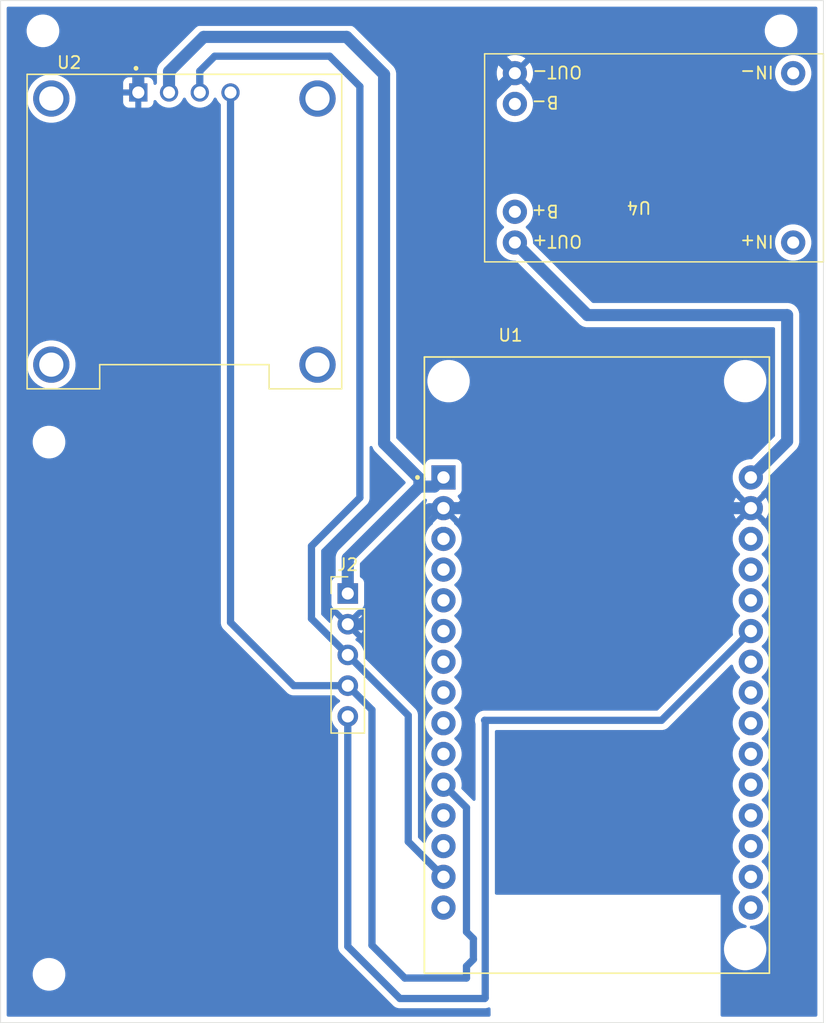
<source format=kicad_pcb>
(kicad_pcb (version 20241229) (generator "pcbnew") (generator_version "9.0")
  (layers (0 "F.Cu" signal) (2 "B.Cu" signal) (13 "F.Paste" user) (15 "B.Paste" user) (5 "F.SilkS" user "F.Silkscreen") (7 "B.SilkS" user "B.Silkscreen") (1 "F.Mask" user) (3 "B.Mask" user) (25 "Edge.Cuts" user))
  (net 0 "")
  (net 1 "/SDA1")
  (net 2 "GND")
  (net 3 "+3V3")
  (net 4 "/SCL1")
  (net 5 "/DRDY1")
  (net 9 "VBAT")
  (footprint "Connector_PinHeader_2.54mm:PinHeader_1x05_P2.54mm_Vertical" (layer "F.Cu") (at 149.69 99.515)
    (property "Reference" "J2" (at 0 -2.38 0) (layer "F.SilkS"))
    (property "Value" "HMC5883L")
    (fp_line (start -1.38 -1.38) (end 0 -1.38) (stroke (width 0.12)) (layer "F.SilkS"))
    (fp_line (start -1.38 0) (end -1.38 -1.38) (stroke (width 0.12)) (layer "F.SilkS"))
    (fp_line (start -1.38 1.27) (end -1.38 11.54) (stroke (width 0.12)) (layer "F.SilkS"))
    (fp_line (start -1.38 1.27) (end 1.38 1.27) (stroke (width 0.12)) (layer "F.SilkS"))
    (fp_line (start -1.38 11.54) (end 1.38 11.54) (stroke (width 0.12)) (layer "F.SilkS"))
    (fp_line (start 1.38 1.27) (end 1.38 11.54) (stroke (width 0.12)) (layer "F.SilkS"))
    (pad "1" thru_hole rect (at 0 0) (size 1.7 1.7) (drill 1) (layers "*.Cu" "*.Mask") (net 3 "+3V3"))
    (pad "2" thru_hole circle (at 0 2.54) (size 1.7 1.7) (drill 1) (layers "*.Cu" "*.Mask") (net 2 "GND"))
    (pad "3" thru_hole circle (at 0 5.08) (size 1.7 1.7) (drill 1) (layers "*.Cu" "*.Mask") (net 4 "/SCL1"))
    (pad "4" thru_hole circle (at 0 7.62) (size 1.7 1.7) (drill 1) (layers "*.Cu" "*.Mask") (net 1 "/SDA1"))
    (pad "5" thru_hole circle (at 0 10.16) (size 1.7 1.7) (drill 1) (layers "*.Cu" "*.Mask") (net 5 "/DRDY1"))
  )
  (footprint "MountingHole:MountingHole_2.2mm_M2" (layer "F.Cu") (at 125 131)
    (property "Reference" "REF**" (hide yes))
    (property "Value" "MountingHole_2.2mm_M2" (hide yes))
    (pad "" np_thru_hole circle (at 0 0) (size 2.2 2.2) (drill 2.2) (layers "*.Cu" "*.Mask"))
  )
  (footprint "" (layer "F.Cu") (at 185.5 53)
    (property "Reference" "" (at 0 0 0) (layer "F.SilkS") (effects (font (size 1.27 1.27))))
    (property "Value" "")
    (pad "" np_thru_hole circle (at 0 0) (size 2.2 2.2) (drill 2.2) (layers "*.Cu" "*.Mask"))
  )
  (footprint "MountingHole:MountingHole_2.2mm_M2" (layer "F.Cu") (at 125 87)
    (property "Reference" "REF**" (hide yes))
    (property "Value" "MountingHole_2.2mm_M2" (hide yes))
    (pad "" np_thru_hole circle (at 0 0) (size 2.2 2.2) (drill 2.2) (layers "*.Cu" "*.Mask"))
  )
  (footprint "TP4056:TP4056-Module" (layer "F.Cu") (at 189 54.9 180)
    (property "Reference" "U4" (at 15.24 -12.7 180) (layer "F.SilkS"))
    (property "Value" "TP4056 Li-Ion Charger")
    (fp_line (start 28 -17.2) (end 28 0) (stroke (width 0.12)) (layer "F.SilkS"))
    (fp_line (start 0 0) (end 28 0) (stroke (width 0.12)) (layer "F.SilkS"))
    (fp_line (start 0 -17.2) (end 28 -17.2) (stroke (width 0.12)) (layer "F.SilkS"))
    (fp_line (start 0 -17.2) (end 0 0) (stroke (width 0.12)) (layer "F.SilkS"))
    (fp_text user "IN+" (at 5.5 -15.5 180) (layer "F.SilkS"))
    (fp_text user "B+" (at 23 -13 180) (layer "F.SilkS"))
    (fp_text user "B-" (at 23 -4 180) (layer "F.SilkS"))
    (fp_text user "IN-" (at 5.5 -1.5 180) (layer "F.SilkS"))
    (fp_text user "OUT-" (at 22 -1.5 180) (layer "F.SilkS"))
    (fp_text user "OUT+" (at 22 -15.5 180) (layer "F.SilkS"))
    (pad "1" thru_hole circle (at 2.5 -15.6 180) (size 2 2) (drill 1) (layers "*.Cu" "*.Mask"))
    (pad "2" thru_hole circle (at 2.5 -1.6 180) (size 2 2) (drill 1) (layers "*.Cu" "*.Mask"))
    (pad "3" thru_hole circle (at 25.5 -15.6 180) (size 2 2) (drill 1) (layers "*.Cu" "*.Mask") (net 9 "VBAT"))
    (pad "4" thru_hole circle (at 25.5 -1.6 180) (size 2 2) (drill 1) (layers "*.Cu" "*.Mask") (net 2 "GND"))
    (pad "5" thru_hole circle (at 25.5 -13.06 180) (size 2 2) (drill 1) (layers "*.Cu" "*.Mask"))
    (pad "6" thru_hole circle (at 25.5 -4.14 180) (size 2 2) (drill 1) (layers "*.Cu" "*.Mask"))
  )
  (footprint "OLED 128*64:MODULE_DM-OLED096-636" (layer "F.Cu") (at 136.19 69.595)
    (property "Reference" "U2" (at -9.525 -13.97 0) (layer "F.SilkS"))
    (property "Value" "DM-OLED096-636")
    (fp_line (start -13 -13) (end 13 -13) (stroke (width 0.127)) (layer "F.SilkS"))
    (fp_line (start -13 13) (end -13 -13) (stroke (width 0.127)) (layer "F.SilkS"))
    (fp_line (start -7 11) (end -7 13) (stroke (width 0.127)) (layer "F.SilkS"))
    (fp_line (start -7 13) (end -13 13) (stroke (width 0.127)) (layer "F.SilkS"))
    (fp_line (start 7 11) (end -7 11) (stroke (width 0.127)) (layer "F.SilkS"))
    (fp_line (start 7 13) (end 7 11) (stroke (width 0.127)) (layer "F.SilkS"))
    (fp_line (start 13 -13) (end 13 13) (stroke (width 0.127)) (layer "F.SilkS"))
    (fp_line (start 13 13) (end 7 13) (stroke (width 0.127)) (layer "F.SilkS"))
    (fp_circle (center -4 -13.5) (end -3.9 -13.5) (stroke (width 0.2)) (fill no) (layer "F.SilkS"))
    (pad "1" thru_hole rect (at -3.81 -11.5) (size 1.508 1.508) (drill 1) (layers "*.Cu" "*.Mask") (net 2 "GND"))
    (pad "2" thru_hole circle (at -1.27 -11.5) (size 1.508 1.508) (drill 1) (layers "*.Cu" "*.Mask") (net 3 "+3V3"))
    (pad "3" thru_hole circle (at 1.27 -11.5) (size 1.508 1.508) (drill 1) (layers "*.Cu" "*.Mask") (net 4 "/SCL1"))
    (pad "4" thru_hole circle (at 3.81 -11.5) (size 1.508 1.508) (drill 1) (layers "*.Cu" "*.Mask") (net 1 "/SDA1"))
    (pad "S1" thru_hole circle (at -11 -11) (size 3 3) (drill 2) (layers "*.Cu" "*.Mask"))
    (pad "S2" thru_hole circle (at 11 -11) (size 3 3) (drill 2) (layers "*.Cu" "*.Mask"))
    (pad "S3" thru_hole circle (at 11 11) (size 3 3) (drill 2) (layers "*.Cu" "*.Mask"))
    (pad "S4" thru_hole circle (at -11 11) (size 3 3) (drill 2) (layers "*.Cu" "*.Mask"))
  )
  (footprint "" (layer "F.Cu") (at 124.5 53)
    (property "Reference" "" (at 0 0 0) (layer "F.SilkS") (effects (font (size 1.27 1.27))))
    (property "Value" "")
    (pad "" np_thru_hole circle (at 0 0) (size 2.2 2.2) (drill 2.2) (layers "*.Cu" "*.Mask"))
  )
  (footprint "esp32 devkit v1:MODULE_ESP32_DEVKIT_V1" (layer "F.Cu") (at 170.3 105.435)
    (property "Reference" "U1" (at -7.165 -27.265 0) (layer "F.SilkS"))
    (property "Value" "ESP32-DEVKIT-V1")
    (fp_line (start -14.28 -25.475) (end -3.211 -25.475) (stroke (width 0.127)) (layer "F.SilkS"))
    (fp_line (start -14.28 -25.475) (end 14.23 -25.475) (stroke (width 0.127)) (layer "F.SilkS"))
    (fp_line (start -14.28 25.475) (end -14.28 -25.475) (stroke (width 0.127)) (layer "F.SilkS"))
    (fp_line (start -14.28 25.475) (end -14.28 -25.475) (stroke (width 0.127)) (layer "F.SilkS"))
    (fp_line (start -14.28 25.475) (end -8.91 25.475) (stroke (width 0.127)) (layer "F.SilkS"))
    (fp_line (start -8.91 25.475) (end 8.78 25.475) (stroke (width 0.127)) (layer "F.SilkS"))
    (fp_line (start -3.211 -25.475) (end 3.5 -25.475) (stroke (width 0.127)) (layer "F.SilkS"))
    (fp_line (start 3.5 -25.475) (end 14.23 -25.475) (stroke (width 0.127)) (layer "F.SilkS"))
    (fp_line (start 8.78 25.475) (end 14.23 25.475) (stroke (width 0.127)) (layer "F.SilkS"))
    (fp_line (start 14.23 -25.475) (end 14.23 25.475) (stroke (width 0.127)) (layer "F.SilkS"))
    (fp_line (start 14.23 -25.475) (end 14.23 25.475) (stroke (width 0.127)) (layer "F.SilkS"))
    (fp_line (start 14.23 25.475) (end -14.28 25.475) (stroke (width 0.127)) (layer "F.SilkS"))
    (fp_circle (center -14.85 -15.515) (end -14.75 -15.515) (stroke (width 0.2)) (fill no) (layer "F.SilkS"))
    (pad "" np_thru_hole circle (at -12.28 -23.475) (size 3 3) (drill 3) (layers "*.Cu" "*.Mask"))
    (pad "" np_thru_hole circle (at -12.28 23.475) (size 3 3) (drill 3) (layers "*.Cu" "*.Mask"))
    (pad "" np_thru_hole circle (at 12.23 -23.475) (size 3 3) (drill 3) (layers "*.Cu" "*.Mask"))
    (pad "" np_thru_hole circle (at 12.23 23.475) (size 3 3) (drill 3) (layers "*.Cu" "*.Mask"))
    (pad "1" thru_hole rect (at -12.7 -15.515) (size 2 2) (drill 1.02) (layers "*.Cu" "*.Mask") (net 3 "+3V3"))
    (pad "2" thru_hole circle (at -12.7 -12.975) (size 2 2) (drill 1.02) (layers "*.Cu" "*.Mask") (net 2 "GND"))
    (pad "3" thru_hole circle (at -12.7 -10.435) (size 2 2) (drill 1.02) (layers "*.Cu" "*.Mask"))
    (pad "4" thru_hole circle (at -12.7 -7.895) (size 2 2) (drill 1.02) (layers "*.Cu" "*.Mask"))
    (pad "5" thru_hole circle (at -12.7 -5.355) (size 2 2) (drill 1.02) (layers "*.Cu" "*.Mask"))
    (pad "6" thru_hole circle (at -12.7 -2.815) (size 2 2) (drill 1.02) (layers "*.Cu" "*.Mask"))
    (pad "7" thru_hole circle (at -12.7 -0.275) (size 2 2) (drill 1.02) (layers "*.Cu" "*.Mask"))
    (pad "8" thru_hole circle (at -12.7 2.265) (size 2 2) (drill 1.02) (layers "*.Cu" "*.Mask"))
    (pad "9" thru_hole circle (at -12.7 4.805) (size 2 2) (drill 1.02) (layers "*.Cu" "*.Mask"))
    (pad "10" thru_hole circle (at -12.7 7.345) (size 2 2) (drill 1.02) (layers "*.Cu" "*.Mask"))
    (pad "11" thru_hole circle (at -12.7 9.885) (size 2 2) (drill 1.02) (layers "*.Cu" "*.Mask") (net 1 "/SDA1"))
    (pad "12" thru_hole circle (at -12.7 12.425) (size 2 2) (drill 1.02) (layers "*.Cu" "*.Mask"))
    (pad "13" thru_hole circle (at -12.7 14.965) (size 2 2) (drill 1.02) (layers "*.Cu" "*.Mask"))
    (pad "14" thru_hole circle (at -12.7 17.505) (size 2 2) (drill 1.02) (layers "*.Cu" "*.Mask") (net 4 "/SCL1"))
    (pad "15" thru_hole circle (at -12.7 20.045) (size 2 2) (drill 1.02) (layers "*.Cu" "*.Mask"))
    (pad "16" thru_hole circle (at 12.7 20.045) (size 2 2) (drill 1.02) (layers "*.Cu" "*.Mask"))
    (pad "17" thru_hole circle (at 12.7 17.505) (size 2 2) (drill 1.02) (layers "*.Cu" "*.Mask"))
    (pad "18" thru_hole circle (at 12.7 14.965) (size 2 2) (drill 1.02) (layers "*.Cu" "*.Mask"))
    (pad "19" thru_hole circle (at 12.7 12.425) (size 2 2) (drill 1.02) (layers "*.Cu" "*.Mask"))
    (pad "20" thru_hole circle (at 12.7 9.885) (size 2 2) (drill 1.02) (layers "*.Cu" "*.Mask"))
    (pad "21" thru_hole circle (at 12.7 7.345) (size 2 2) (drill 1.02) (layers "*.Cu" "*.Mask"))
    (pad "22" thru_hole circle (at 12.7 4.805) (size 2 2) (drill 1.02) (layers "*.Cu" "*.Mask"))
    (pad "23" thru_hole circle (at 12.7 2.265) (size 2 2) (drill 1.02) (layers "*.Cu" "*.Mask"))
    (pad "24" thru_hole circle (at 12.7 -0.275) (size 2 2) (drill 1.02) (layers "*.Cu" "*.Mask"))
    (pad "25" thru_hole circle (at 12.7 -2.815) (size 2 2) (drill 1.02) (layers "*.Cu" "*.Mask") (net 5 "/DRDY1"))
    (pad "26" thru_hole circle (at 12.7 -5.355) (size 2 2) (drill 1.02) (layers "*.Cu" "*.Mask"))
    (pad "27" thru_hole circle (at 12.7 -7.895) (size 2 2) (drill 1.02) (layers "*.Cu" "*.Mask"))
    (pad "28" thru_hole circle (at 12.7 -10.435) (size 2 2) (drill 1.02) (layers "*.Cu" "*.Mask"))
    (pad "29" thru_hole circle (at 12.7 -12.975) (size 2 2) (drill 1.02) (layers "*.Cu" "*.Mask") (net 2 "GND"))
    (pad "30" thru_hole circle (at 12.7 -15.515) (size 2 2) (drill 1.02) (layers "*.Cu" "*.Mask") (net 9 "VBAT"))
    (zone (net 0) (net_name "") (layer "B.Cu") (connect_pads (clearance 0)) (min_thickness 0.01)
      (keepout (tracks not_allowed) (vias not_allowed) (pads not_allowed) (copperpour not_allowed) (footprints allowed))
      (fill (thermal_gap 0.508) (thermal_bridge_width 0.508))
      (polygon (pts (xy 161.39 124.42) (xy 179.08 124.42) (xy 179.08 130.91) (xy 161.39 130.91)))
    )
  )
  (gr_rect (start 121 50.5) (end 189 135) (stroke (width 0.05)) (fill no) (layer "Edge.Cuts"))
  (segment (start 159.5 127.489448) (end 160.071 128.060448) (width 0.6) (layer "B.Cu") (net 1))
  (segment (start 140 101.905) (end 140 58.095) (width 0.6) (layer "B.Cu") (net 1))
  (segment (start 145.23 107.135) (end 140 101.905) (width 0.6) (layer "B.Cu") (net 1))
  (segment (start 159.5 117.22) (end 159.5 127.489448) (width 0.6) (layer "B.Cu") (net 1))
  (segment (start 160.071 129.759552) (end 159.5 130.330552) (width 0.6) (layer "B.Cu") (net 1))
  (segment (start 157.6 115.32) (end 159.5 117.22) (width 0.6) (layer "B.Cu") (net 1))
  (segment (start 159.5 130.330552) (end 159.5 131.306) (width 0.6) (layer "B.Cu") (net 1))
  (segment (start 151.69 128.595) (end 151.69 109.135) (width 0.6) (layer "B.Cu") (net 1))
  (segment (start 139.69 58.095) (end 140 58.095) (width 0.6) (layer "B.Cu") (net 1))
  (segment (start 151.69 109.135) (end 149.69 107.135) (width 0.6) (layer "B.Cu") (net 1))
  (segment (start 160.071 128.060448) (end 160.071 129.759552) (width 0.6) (layer "B.Cu") (net 1))
  (segment (start 154.401 131.306) (end 151.69 128.595) (width 0.6) (layer "B.Cu") (net 1))
  (segment (start 159.5 131.306) (end 154.401 131.306) (width 0.6) (layer "B.Cu") (net 1))
  (segment (start 149.69 107.135) (end 145.23 107.135) (width 0.6) (layer "B.Cu") (net 1))
  (segment (start 149.69 102.055) (end 150.892081 102.055) (width 1) (layer "B.Cu") (net 2))
  (segment (start 183 92.46) (end 160.96 92.46) (width 1) (layer "B.Cu") (net 2))
  (segment (start 150.892081 102.055) (end 153.19 99.757081) (width 1) (layer "B.Cu") (net 2))
  (segment (start 159.095 52.095) (end 163.5 56.5) (width 1) (layer "B.Cu") (net 2))
  (segment (start 136.19 52.095) (end 159.095 52.095) (width 1) (layer "B.Cu") (net 2))
  (segment (start 132.38 55.905) (end 136.19 52.095) (width 1) (layer "B.Cu") (net 2))
  (segment (start 153.19 95.81) (end 156.445 92.555) (width 1) (layer "B.Cu") (net 2))
  (segment (start 160 91.5) (end 161 90.5) (width 1) (layer "B.Cu") (net 2))
  (segment (start 159.04 92.46) (end 160 91.5) (width 1) (layer "B.Cu") (net 2))
  (segment (start 161 90.5) (end 161 59) (width 1) (layer "B.Cu") (net 2))
  (segment (start 161 59) (end 163.5 56.5) (width 1) (layer "B.Cu") (net 2))
  (segment (start 160.96 92.46) (end 160 91.5) (width 1) (layer "B.Cu") (net 2))
  (segment (start 153.19 99.757081) (end 153.19 95.81) (width 1) (layer "B.Cu") (net 2))
  (segment (start 156.445 92.555) (end 158.23 92.555) (width 1) (layer "B.Cu") (net 2))
  (segment (start 132.38 58.095) (end 132.38 55.905) (width 1) (layer "B.Cu") (net 2))
  (segment (start 157.6 92.46) (end 159.04 92.46) (width 1) (layer "B.Cu") (net 2))
  (segment (start 156.845 90.675) (end 157.6 89.92) (width 1) (layer "B.Cu") (net 3))
  (segment (start 134.92 56.365) (end 137.785 53.5) (width 1) (layer "B.Cu") (net 3))
  (segment (start 149.595 53.5) (end 152.69 56.595) (width 1) (layer "B.Cu") (net 3))
  (segment (start 134.92 58.095) (end 134.92 56.365) (width 1) (layer "B.Cu") (net 3))
  (segment (start 155.61 90.015) (end 155.61 90.675) (width 1) (layer "B.Cu") (net 3))
  (segment (start 155.61 90.675) (end 156.845 90.675) (width 1) (layer "B.Cu") (net 3))
  (segment (start 137.785 53.5) (end 149.595 53.5) (width 1) (layer "B.Cu") (net 3))
  (segment (start 152.69 56.595) (end 152.69 87.095) (width 1) (layer "B.Cu") (net 3))
  (segment (start 149.69 96.595) (end 149.69 99.515) (width 1) (layer "B.Cu") (net 3))
  (segment (start 155.61 90.675) (end 149.69 96.595) (width 1) (layer "B.Cu") (net 3))
  (segment (start 152.69 87.095) (end 155.61 90.015) (width 1) (layer "B.Cu") (net 3))
  (segment (start 154.69 120.03) (end 157.6 122.94) (width 0.6) (layer "B.Cu") (net 4))
  (segment (start 149.69 104.595) (end 150.19 104.595) (width 0.6) (layer "B.Cu") (net 4))
  (segment (start 146.69 101.595) (end 149.69 104.595) (width 0.6) (layer "B.Cu") (net 4))
  (segment (start 148.19 55.095) (end 150.69 57.595) (width 0.6) (layer "B.Cu") (net 4))
  (segment (start 137.46 56.325) (end 138.69 55.095) (width 0.6) (layer "B.Cu") (net 4))
  (segment (start 146.69 95.595) (end 146.69 101.595) (width 0.6) (layer "B.Cu") (net 4))
  (segment (start 137.46 58.095) (end 137.46 56.325) (width 0.6) (layer "B.Cu") (net 4))
  (segment (start 150.69 91.595) (end 146.69 95.595) (width 0.6) (layer "B.Cu") (net 4))
  (segment (start 154.69 109.595) (end 154.69 120.03) (width 0.6) (layer "B.Cu") (net 4))
  (segment (start 150.69 57.595) (end 150.69 91.595) (width 0.6) (layer "B.Cu") (net 4))
  (segment (start 138.69 55.095) (end 148.19 55.095) (width 0.6) (layer "B.Cu") (net 4))
  (segment (start 149.69 104.595) (end 154.69 109.595) (width 0.6) (layer "B.Cu") (net 4))
  (segment (start 149.69 109.675) (end 149.69 128.69) (width 0.6) (layer "B.Cu") (net 5))
  (segment (start 154 133) (end 161 133) (width 0.6) (layer "B.Cu") (net 5))
  (segment (start 175.62 110) (end 183 102.62) (width 0.6) (layer "B.Cu") (net 5))
  (segment (start 161 110) (end 175.62 110) (width 0.6) (layer "B.Cu") (net 5))
  (segment (start 161 133) (end 161.049 132.951) (width 0.6) (layer "B.Cu") (net 5))
  (segment (start 161.049 132.951) (end 161.049 110.049) (width 0.6) (layer "B.Cu") (net 5))
  (segment (start 149.69 128.69) (end 154 133) (width 0.6) (layer "B.Cu") (net 5))
  (segment (start 161.049 110.049) (end 161 110) (width 0.6) (layer "B.Cu") (net 5))
  (segment (start 186 86.92) (end 183 89.92) (width 1) (layer "B.Cu") (net 9))
  (segment (start 163.5 70.5) (end 169.5 76.5) (width 1) (layer "B.Cu") (net 9))
  (segment (start 186 76.5) (end 186 86.92) (width 1) (layer "B.Cu") (net 9))
  (segment (start 169.5 76.5) (end 186 76.5) (width 1) (layer "B.Cu") (net 9))
  (zone (net 2) (net_name "GND") (layer "B.Cu") (connect_pads (clearance 0.5)) (min_thickness 0.25) (fill yes (thermal_gap 0.5) (thermal_bridge_width 0.5))
    (polygon (pts (xy 121 50.5) (xy 121 135) (xy 161.5 135) (xy 161.39 124.42) (xy 180.5 124.42) (xy 180.5 135) (xy 189 135) (xy 189 50.5)))
  )
)
</source>
